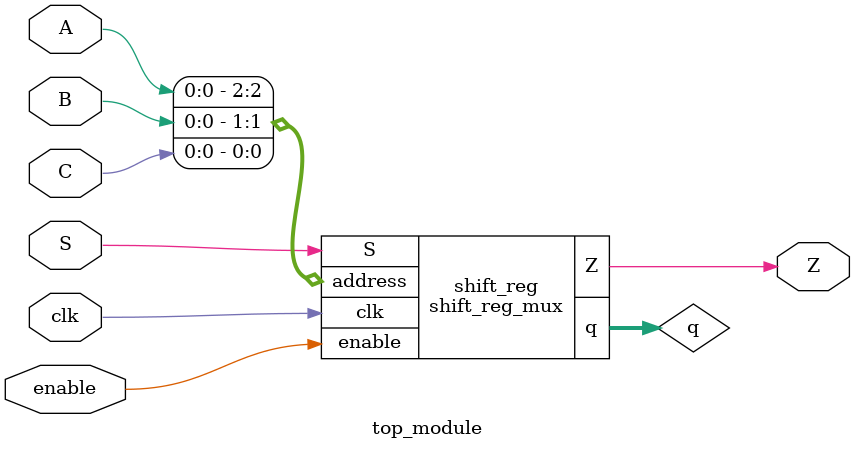
<source format=sv>
module shift_reg_mux (
  input clk,
  input enable,
  input S,
  input [2:0] address,
  output reg [7:0] q,
  output reg Z
);
 
  always @(posedge clk) begin
    if (enable) begin
      q <= {q[6:0], S};
    end
  end

  always @(*) begin
    case (address)
      3'b000: Z = q[0];
      3'b001: Z = q[1];
      3'b010: Z = q[2];
      3'b011: Z = q[3];
      3'b100: Z = q[4];
      3'b101: Z = q[5];
      3'b110: Z = q[6];
      3'b111: Z = q[7];
    endcase
  end

endmodule
module top_module (
  input clk,
  input enable,
  input S,
  input A,
  input B,
  input C,
  output reg Z
);

  wire [2:0] address;
  wire [7:0] q;

  shift_reg_mux shift_reg(
    .clk(clk),
    .enable(enable),
    .S(S),
    .address({A, B, C}),
    .q(q),
    .Z(Z)
  );

endmodule

</source>
